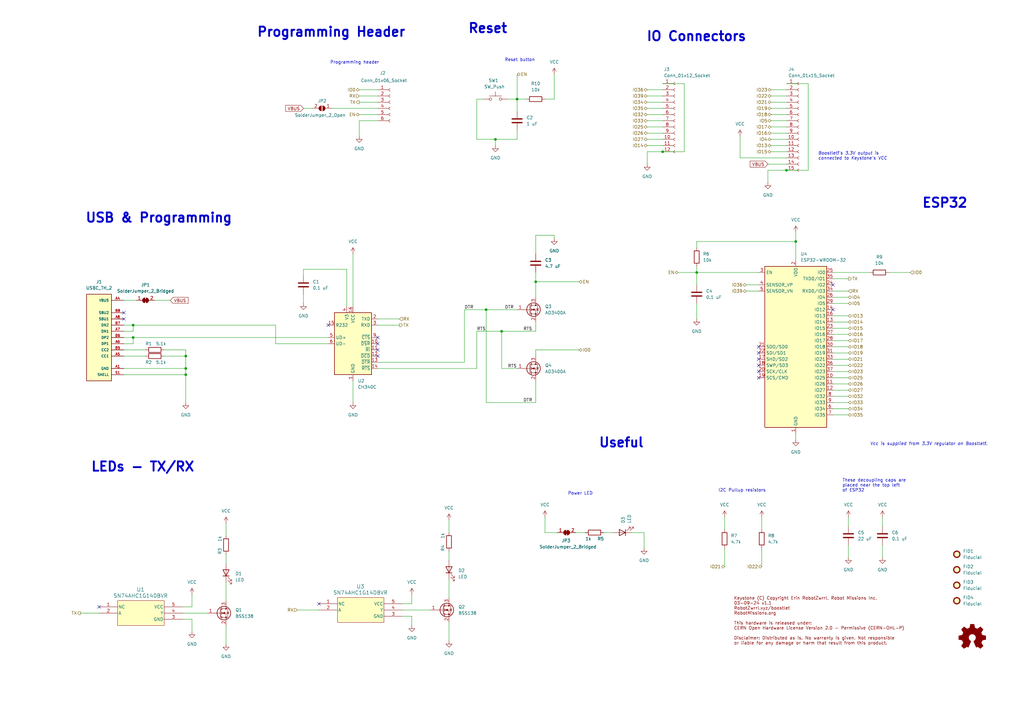
<source format=kicad_sch>
(kicad_sch (version 20231120) (generator "eeschema") (generator_version "8.0")
  (paper "A3")
  (title_block (title "Keystone-ESP") (date "03-09-24") (rev "v1.1"))
  (lib_symbols
    (symbol "!EK_Library:SN74AHC1G14DBVR" (pin_names (offset 0.254))
      (property "Reference" "U" (at 0 9.906 0))
      (property "Value" "SN74AHC1G14DBVR" (at 0 7.366 0))
      (symbol "SN74AHC1G14DBVR_0_1"
        (pin unspecified line (at -16.51 2.54 0) (length 7.62) (name "NC") (number "1"))
        (pin input line (at -16.51 0 0) (length 7.62) (name "A") (number "2"))
        (pin power_in line (at 17.78 -2.54 180) (length 7.62) (name "GND") (number "3"))
        (pin output line (at 17.78 0 180) (length 7.62) (name "Y") (number "4"))
        (pin power_in line (at 17.78 2.54 180) (length 7.62) (name "VCC") (number "5"))
      )
    )
    (symbol "!EK_Library:USBC_TH_2" (pin_names (offset 1.016))
      (property "Reference" "J" (at -1.27 20.32 0))
      (property "Value" "USBC_TH_2" (at -3.81 22.86 0))
      (symbol "USBC_TH_2_0_0"
        (pin power_in line (at 10.16 -13.97 180) (length 5.08) (name "GND") (number "A1"))
        (pin bidirectional line (at 10.16 -8.89 180) (length 5.08) (name "CC1") (number "A5"))
        (pin bidirectional line (at 10.16 -3.81 180) (length 5.08) (name "DP1") (number "A6"))
        (pin bidirectional line (at 10.16 1.27 180) (length 5.08) (name "DN1") (number "A7"))
        (pin bidirectional line (at 10.16 6.35 180) (length 5.08) (name "SBU1") (number "A8"))
        (pin bidirectional line (at 10.16 -6.35 180) (length 5.08) (name "CC2") (number "B5"))
        (pin bidirectional line (at 10.16 -1.27 180) (length 5.08) (name "DP2") (number "B6"))
        (pin bidirectional line (at 10.16 3.81 180) (length 5.08) (name "DN2") (number "B7"))
        (pin bidirectional line (at 10.16 8.89 180) (length 5.08) (name "SBU2") (number "B8"))
        (pin passive line (at 10.16 -16.51 180) (length 5.08) (name "SHELL") (number "S1"))
      )
      (symbol "USBC_TH_2_1_0"
        (pin power_in line (at 10.16 -13.97 180) (length 5.08) hide (name "GND") (number "A12"))
        (pin power_in line (at 10.16 13.97 180) (length 5.08) (name "VBUS") (number "A4"))
        (pin power_in line (at 10.16 13.97 180) (length 5.08) hide (name "VBUS") (number "A9"))
        (pin power_in line (at 10.16 -13.97 180) (length 5.08) hide (name "GND") (number "B1"))
        (pin power_in line (at 10.16 -13.97 180) (length 5.08) hide (name "GND") (number "B12"))
        (pin power_in line (at 10.16 13.97 180) (length 5.08) hide (name "VBUS") (number "B4"))
        (pin power_in line (at 10.16 13.97 180) (length 5.08) hide (name "VBUS") (number "B9"))
        (pin passive line (at 10.16 -16.51 180) (length 5.08) hide (name "SHELL") (number "S2"))
        (pin passive line (at 10.16 -16.51 180) (length 5.08) hide (name "SHELL") (number "S3"))
        (pin passive line (at 10.16 -16.51 180) (length 5.08) hide (name "SHELL") (number "S4"))
      )
    )
    (symbol "Connector:Conn_01x06_Socket" (pin_names (offset 1.016) hide)
      (property "Reference" "J" (at 0 7.62 0))
      (property "Value" "Conn_01x06_Socket" (at 0 -10.16 0))
      (symbol "Conn_01x06_Socket_1_1"
        (pin passive line (at -5.08 5.08 0) (length 3.81) (name "Pin_1") (number "1"))
        (pin passive line (at -5.08 2.54 0) (length 3.81) (name "Pin_2") (number "2"))
        (pin passive line (at -5.08 0 0) (length 3.81) (name "Pin_3") (number "3"))
        (pin passive line (at -5.08 -2.54 0) (length 3.81) (name "Pin_4") (number "4"))
        (pin passive line (at -5.08 -5.08 0) (length 3.81) (name "Pin_5") (number "5"))
        (pin passive line (at -5.08 -7.62 0) (length 3.81) (name "Pin_6") (number "6"))
      )
    )
    (symbol "Connector:Conn_01x12_Socket" (pin_names (offset 1.016) hide)
      (property "Reference" "J" (at 0 15.24 0))
      (property "Value" "Conn_01x12_Socket" (at 0 -17.78 0))
      (symbol "Conn_01x12_Socket_1_1"
        (pin passive line (at -5.08 12.7 0) (length 3.81) (name "Pin_1") (number "1"))
        (pin passive line (at -5.08 -10.16 0) (length 3.81) (name "Pin_10") (number "10"))
        (pin passive line (at -5.08 -12.7 0) (length 3.81) (name "Pin_11") (number "11"))
        (pin passive line (at -5.08 -15.24 0) (length 3.81) (name "Pin_12") (number "12"))
        (pin passive line (at -5.08 10.16 0) (length 3.81) (name "Pin_2") (number "2"))
        (pin passive line (at -5.08 7.62 0) (length 3.81) (name "Pin_3") (number "3"))
        (pin passive line (at -5.08 5.08 0) (length 3.81) (name "Pin_4") (number "4"))
        (pin passive line (at -5.08 2.54 0) (length 3.81) (name "Pin_5") (number "5"))
        (pin passive line (at -5.08 0 0) (length 3.81) (name "Pin_6") (number "6"))
        (pin passive line (at -5.08 -2.54 0) (length 3.81) (name "Pin_7") (number "7"))
        (pin passive line (at -5.08 -5.08 0) (length 3.81) (name "Pin_8") (number "8"))
        (pin passive line (at -5.08 -7.62 0) (length 3.81) (name "Pin_9") (number "9"))
      )
    )
    (symbol "Connector:Conn_01x15_Socket" (pin_names (offset 1.016) hide)
      (property "Reference" "J" (at 0 20.32 0))
      (property "Value" "Conn_01x15_Socket" (at 0 -20.32 0))
      (symbol "Conn_01x15_Socket_1_1"
        (pin passive line (at -5.08 17.78 0) (length 3.81) (name "Pin_1") (number "1"))
        (pin passive line (at -5.08 -5.08 0) (length 3.81) (name "Pin_10") (number "10"))
        (pin passive line (at -5.08 -7.62 0) (length 3.81) (name "Pin_11") (number "11"))
        (pin passive line (at -5.08 -10.16 0) (length 3.81) (name "Pin_12") (number "12"))
        (pin passive line (at -5.08 -12.7 0) (length 3.81) (name "Pin_13") (number "13"))
        (pin passive line (at -5.08 -15.24 0) (length 3.81) (name "Pin_14") (number "14"))
        (pin passive line (at -5.08 -17.78 0) (length 3.81) (name "Pin_15") (number "15"))
        (pin passive line (at -5.08 15.24 0) (length 3.81) (name "Pin_2") (number "2"))
        (pin passive line (at -5.08 12.7 0) (length 3.81) (name "Pin_3") (number "3"))
        (pin passive line (at -5.08 10.16 0) (length 3.81) (name "Pin_4") (number "4"))
        (pin passive line (at -5.08 7.62 0) (length 3.81) (name "Pin_5") (number "5"))
        (pin passive line (at -5.08 5.08 0) (length 3.81) (name "Pin_6") (number "6"))
        (pin passive line (at -5.08 2.54 0) (length 3.81) (name "Pin_7") (number "7"))
        (pin passive line (at -5.08 0 0) (length 3.81) (name "Pin_8") (number "8"))
        (pin passive line (at -5.08 -2.54 0) (length 3.81) (name "Pin_9") (number "9"))
      )
    )
    (symbol "Device:C" (pin_numbers hide) (pin_names (offset 0.254))
      (property "Reference" "C" (at 0.635 2.54 0))
      (property "Value" "C" (at 0.635 -2.54 0))
      (symbol "C_1_1"
        (pin passive line (at 0 3.81 270) (length 2.794) (name "~") (number "1"))
        (pin passive line (at 0 -3.81 90) (length 2.794) (name "~") (number "2"))
      )
    )
    (symbol "Device:LED" (pin_numbers hide) (pin_names (offset 1.016) hide)
      (property "Reference" "D" (at 0 2.54 0))
      (property "Value" "LED" (at 0 -2.54 0))
      (symbol "LED_1_1"
        (pin passive line (at -3.81 0 0) (length 2.54) (name "K") (number "1"))
        (pin passive line (at 3.81 0 180) (length 2.54) (name "A") (number "2"))
      )
    )
    (symbol "Device:R" (pin_numbers hide) (pin_names (offset 0))
      (property "Reference" "R" (at 2.032 0 90))
      (property "Value" "R" (at 0 0 90))
      (symbol "R_1_1"
        (pin passive line (at 0 3.81 270) (length 1.27) (name "~") (number "1"))
        (pin passive line (at 0 -3.81 90) (length 1.27) (name "~") (number "2"))
      )
    )
    (symbol "Graphic:Logo_Open_Hardware_Small" (in_bom no) (on_board no))
    (symbol "Interface_USB:CH340C"
      (property "Reference" "U" (at -5.08 13.97 0))
      (property "Value" "CH340C" (at 1.27 13.97 0))
      (symbol "CH340C_1_1"
        (pin power_in line (at 0 -15.24 90) (length 2.54) (name "GND") (number "1"))
        (pin input line (at 10.16 0 180) (length 2.54) (name "~{DSR}") (number "10"))
        (pin input line (at 10.16 -2.54 180) (length 2.54) (name "~{RI}") (number "11"))
        (pin input line (at 10.16 -5.08 180) (length 2.54) (name "~{DCD}") (number "12"))
        (pin output line (at 10.16 -7.62 180) (length 2.54) (name "~{DTR}") (number "13"))
        (pin output line (at 10.16 -10.16 180) (length 2.54) (name "~{RTS}") (number "14"))
        (pin input line (at -10.16 7.62 0) (length 2.54) (name "R232") (number "15"))
        (pin power_in line (at 0 15.24 270) (length 2.54) (name "VCC") (number "16"))
        (pin output line (at 10.16 10.16 180) (length 2.54) (name "TXD") (number "2"))
        (pin input line (at 10.16 7.62 180) (length 2.54) (name "RXD") (number "3"))
        (pin passive line (at -2.54 15.24 270) (length 2.54) (name "V3") (number "4"))
        (pin bidirectional line (at -10.16 2.54 0) (length 2.54) (name "UD+") (number "5"))
        (pin bidirectional line (at -10.16 0 0) (length 2.54) (name "UD-") (number "6"))
        (pin no_connect line (at -7.62 -7.62 0) (length 2.54) hide (name "NC") (number "7"))
        (pin no_connect line (at -7.62 -10.16 0) (length 2.54) hide (name "NC") (number "8"))
        (pin input line (at 10.16 2.54 180) (length 2.54) (name "~{CTS}") (number "9"))
      )
    )
    (symbol "Jumper:SolderJumper_2_Bridged" (pin_names (offset 0) hide)
      (property "Reference" "JP" (at 0 2.032 0))
      (property "Value" "SolderJumper_2_Bridged" (at 0 -2.54 0))
      (symbol "SolderJumper_2_Bridged_1_1"
        (pin passive line (at -3.81 0 0) (length 2.54) (name "A") (number "1"))
        (pin passive line (at 3.81 0 180) (length 2.54) (name "B") (number "2"))
      )
    )
    (symbol "Jumper:SolderJumper_2_Open" (pin_names (offset 0) hide)
      (property "Reference" "JP" (at 0 2.032 0))
      (property "Value" "SolderJumper_2_Open" (at 0 -2.54 0))
      (symbol "SolderJumper_2_Open_1_1"
        (pin passive line (at -3.81 0 0) (length 2.54) (name "A") (number "1"))
        (pin passive line (at 3.81 0 180) (length 2.54) (name "B") (number "2"))
      )
    )
    (symbol "Mechanical:Fiducial"
      (property "Reference" "FID" (at 0 5.08 0))
      (property "Value" "Fiducial" (at 0 3.175 0))
    )
    (symbol "RF_Module:ESP32-WROOM-32"
      (property "Reference" "U" (at -12.7 34.29 0))
      (property "Value" "ESP32-WROOM-32" (at 1.27 34.29 0))
      (symbol "ESP32-WROOM-32_1_1"
        (pin power_in line (at 0 -35.56 90) (length 2.54) (name "GND") (number "1"))
        (pin bidirectional line (at 15.24 -12.7 180) (length 2.54) (name "IO25") (number "10"))
        (pin bidirectional line (at 15.24 -15.24 180) (length 2.54) (name "IO26") (number "11"))
        (pin bidirectional line (at 15.24 -17.78 180) (length 2.54) (name "IO27") (number "12"))
        (pin bidirectional line (at 15.24 10.16 180) (length 2.54) (name "IO14") (number "13"))
        (pin bidirectional line (at 15.24 15.24 180) (length 2.54) (name "IO12") (number "14"))
        (pin passive line (at 0 -35.56 90) (length 2.54) hide (name "GND") (number "15"))
        (pin bidirectional line (at 15.24 12.7 180) (length 2.54) (name "IO13") (number "16"))
        (pin bidirectional line (at -15.24 -5.08 0) (length 2.54) (name "SHD/SD2") (number "17"))
        (pin bidirectional line (at -15.24 -7.62 0) (length 2.54) (name "SWP/SD3") (number "18"))
        (pin bidirectional line (at -15.24 -12.7 0) (length 2.54) (name "SCS/CMD") (number "19"))
        (pin power_in line (at 0 35.56 270) (length 2.54) (name "VDD") (number "2"))
        (pin bidirectional line (at -15.24 -10.16 0) (length 2.54) (name "SCK/CLK") (number "20"))
        (pin bidirectional line (at -15.24 0 0) (length 2.54) (name "SDO/SD0") (number "21"))
        (pin bidirectional line (at -15.24 -2.54 0) (length 2.54) (name "SDI/SD1") (number "22"))
        (pin bidirectional line (at 15.24 7.62 180) (length 2.54) (name "IO15") (number "23"))
        (pin bidirectional line (at 15.24 25.4 180) (length 2.54) (name "IO2") (number "24"))
        (pin bidirectional line (at 15.24 30.48 180) (length 2.54) (name "IO0") (number "25"))
        (pin bidirectional line (at 15.24 20.32 180) (length 2.54) (name "IO4") (number "26"))
        (pin bidirectional line (at 15.24 5.08 180) (length 2.54) (name "IO16") (number "27"))
        (pin bidirectional line (at 15.24 2.54 180) (length 2.54) (name "IO17") (number "28"))
        (pin bidirectional line (at 15.24 17.78 180) (length 2.54) (name "IO5") (number "29"))
        (pin input line (at -15.24 30.48 0) (length 2.54) (name "EN") (number "3"))
        (pin bidirectional line (at 15.24 0 180) (length 2.54) (name "IO18") (number "30"))
        (pin bidirectional line (at 15.24 -2.54 180) (length 2.54) (name "IO19") (number "31"))
        (pin no_connect line (at -12.7 -27.94 0) (length 2.54) hide (name "NC") (number "32"))
        (pin bidirectional line (at 15.24 -5.08 180) (length 2.54) (name "IO21") (number "33"))
        (pin bidirectional line (at 15.24 22.86 180) (length 2.54) (name "RXD0/IO3") (number "34"))
        (pin bidirectional line (at 15.24 27.94 180) (length 2.54) (name "TXD0/IO1") (number "35"))
        (pin bidirectional line (at 15.24 -7.62 180) (length 2.54) (name "IO22") (number "36"))
        (pin bidirectional line (at 15.24 -10.16 180) (length 2.54) (name "IO23") (number "37"))
        (pin passive line (at 0 -35.56 90) (length 2.54) hide (name "GND") (number "38"))
        (pin passive line (at 0 -35.56 90) (length 2.54) hide (name "GND") (number "39"))
        (pin input line (at -15.24 25.4 0) (length 2.54) (name "SENSOR_VP") (number "4"))
        (pin input line (at -15.24 22.86 0) (length 2.54) (name "SENSOR_VN") (number "5"))
        (pin input line (at 15.24 -25.4 180) (length 2.54) (name "IO34") (number "6"))
        (pin input line (at 15.24 -27.94 180) (length 2.54) (name "IO35") (number "7"))
        (pin bidirectional line (at 15.24 -20.32 180) (length 2.54) (name "IO32") (number "8"))
        (pin bidirectional line (at 15.24 -22.86 180) (length 2.54) (name "IO33") (number "9"))
      )
    )
    (symbol "SN74AHC1G14DBVR_1" (pin_names (offset 0.254))
      (property "Reference" "U" (at 0 9.906 0))
      (property "Value" "SN74AHC1G14DBVR" (at 0 7.366 0))
      (symbol "SN74AHC1G14DBVR_1_0_1"
        (pin unspecified line (at -16.51 2.54 0) (length 7.62) (name "NC") (number "1"))
        (pin input line (at -16.51 0 0) (length 7.62) (name "A") (number "2"))
        (pin power_in line (at 17.78 -2.54 180) (length 7.62) (name "GND") (number "3"))
        (pin output line (at 17.78 0 180) (length 7.62) (name "Y") (number "4"))
        (pin power_in line (at 17.78 2.54 180) (length 7.62) (name "VCC") (number "5"))
      )
    )
    (symbol "Switch:SW_Push" (pin_numbers hide) (pin_names (offset 1.016) hide)
      (property "Reference" "SW" (at 1.27 2.54 0))
      (property "Value" "SW_Push" (at 0 -1.524 0))
      (symbol "SW_Push_0_1"
        (pin passive line (at -5.08 0 0) (length 2.54) (name "1") (number "1"))
        (pin passive line (at 5.08 0 180) (length 2.54) (name "2") (number "2"))
      )
    )
    (symbol "Transistor_FET:AO3400A" (pin_names hide)
      (property "Reference" "Q" (at 5.08 1.905 0))
      (property "Value" "AO3400A" (at 5.08 0 0))
      (symbol "AO3400A_1_1"
        (pin input line (at -5.08 0 0) (length 2.54) (name "G") (number "1"))
        (pin passive line (at 2.54 -5.08 90) (length 2.54) (name "S") (number "2"))
        (pin passive line (at 2.54 5.08 270) (length 2.54) (name "D") (number "3"))
      )
    )
    (symbol "Transistor_FET:BSS138" (pin_names hide)
      (property "Reference" "Q" (at 5.08 1.905 0))
      (property "Value" "BSS138" (at 5.08 0 0))
      (symbol "BSS138_1_1"
        (pin input line (at -5.08 0 0) (length 2.54) (name "G") (number "1"))
        (pin passive line (at 2.54 -5.08 90) (length 2.54) (name "S") (number "2"))
        (pin passive line (at 2.54 5.08 270) (length 2.54) (name "D") (number "3"))
      )
    )
    (symbol "power:GND" (power) (pin_names (offset 0))
      (property "Value" "GND" (at 0 -3.81 0))
      (symbol "GND_1_1"
        (pin power_in line (at 0 0 270) (length 0) hide (name "GND") (number "1"))
      )
    )
    (symbol "power:VCC" (power) (pin_names (offset 0))
      (property "Value" "VCC" (at 0 3.81 0))
      (symbol "VCC_1_1"
        (pin power_in line (at 0 0 90) (length 0) hide (name "VCC") (number "1"))
      )
    )
  )
  (junction (at 271.78 62.23))
  (junction (at 54.61 138.43))
  (junction (at 76.2 153.67))
  (junction (at 76.2 151.13))
  (junction (at 203.2 57.15))
  (junction (at 54.61 133.35))
  (junction (at 76.2 146.05))
  (junction (at 285.75 111.76))
  (junction (at 219.71 115.57))
  (junction (at 326.39 99.06))
  (junction (at 199.39 127))
  (junction (at 205.74 135.89))
  (junction (at 322.58 69.85))
  (junction (at 212.09 40.64))
  (no_connect (at 311.15 144.78))
  (no_connect (at 311.15 152.4))
  (no_connect (at 341.63 127))
  (no_connect (at 311.15 149.86))
  (no_connect (at 154.94 146.05))
  (no_connect (at 154.94 143.51))
  (no_connect (at 154.94 138.43))
  (no_connect (at 311.15 147.32))
  (no_connect (at 50.8 128.27))
  (no_connect (at 50.8 130.81))
  (no_connect (at 311.15 142.24))
  (no_connect (at 341.63 116.84))
  (no_connect (at 40.64 248.92))
  (no_connect (at 154.94 140.97))
  (no_connect (at 130.81 247.65))
  (no_connect (at 311.15 154.94))
  (no_connect (at 134.62 133.35))
  (wire (pts (xy 184.15 255.27) (xy 184.15 262.89)))
  (wire (pts (xy 219.71 96.52) (xy 219.71 104.14)))
  (wire (pts (xy 227.33 30.48) (xy 227.33 40.64)))
  (wire (pts (xy 144.78 156.21) (xy 144.78 165.1)))
  (wire (pts (xy 219.71 115.57) (xy 219.71 121.92)))
  (wire (pts (xy 154.94 151.13) (xy 195.58 151.13)))
  (wire (pts (xy 128.27 44.45) (xy 124.46 44.45)))
  (wire (pts (xy 265.43 39.37) (xy 271.78 39.37)))
  (wire (pts (xy 341.63 157.48) (xy 347.98 157.48)))
  (wire (pts (xy 54.61 135.89) (xy 54.61 133.35)))
  (wire (pts (xy 154.94 39.37) (xy 147.32 39.37)))
  (wire (pts (xy 341.63 165.1) (xy 347.98 165.1)))
  (wire (pts (xy 306.07 119.38) (xy 311.15 119.38)))
  (wire (pts (xy 316.23 49.53) (xy 322.58 49.53)))
  (wire (pts (xy 184.15 213.36) (xy 184.15 218.44)))
  (wire (pts (xy 50.8 133.35) (xy 54.61 133.35)))
  (wire (pts (xy 205.74 151.13) (xy 212.09 151.13)))
  (wire (pts (xy 322.58 64.77) (xy 303.53 64.77)))
  (wire (pts (xy 67.31 143.51) (xy 76.2 143.51)))
  (wire (pts (xy 154.94 36.83) (xy 147.32 36.83)))
  (wire (pts (xy 92.71 256.54) (xy 92.71 264.16)))
  (wire (pts (xy 316.23 62.23) (xy 322.58 62.23)))
  (wire (pts (xy 297.18 224.79) (xy 297.18 232.41)))
  (wire (pts (xy 78.74 254) (xy 78.74 259.08)))
  (wire (pts (xy 265.43 59.69) (xy 271.78 59.69)))
  (wire (pts (xy 92.71 214.63) (xy 92.71 219.71)))
  (wire (pts (xy 92.71 227.33) (xy 92.71 231.14)))
  (wire (pts (xy 199.39 165.1) (xy 199.39 127)))
  (wire (pts (xy 322.58 69.85) (xy 331.47 69.85)))
  (wire (pts (xy 50.8 153.67) (xy 76.2 153.67)))
  (wire (pts (xy 50.8 151.13) (xy 76.2 151.13)))
  (wire (pts (xy 219.71 115.57) (xy 237.49 115.57)))
  (wire (pts (xy 265.43 62.23) (xy 271.78 62.23)))
  (wire (pts (xy 203.2 57.15) (xy 203.2 59.69)))
  (wire (pts (xy 219.71 135.89) (xy 205.74 135.89)))
  (wire (pts (xy 326.39 177.8) (xy 326.39 180.34)))
  (wire (pts (xy 265.43 36.83) (xy 271.78 36.83)))
  (wire (pts (xy 124.46 120.65) (xy 124.46 124.46)))
  (wire (pts (xy 121.92 250.19) (xy 130.81 250.19)))
  (wire (pts (xy 219.71 132.08) (xy 219.71 135.89)))
  (wire (pts (xy 341.63 142.24) (xy 347.98 142.24)))
  (wire (pts (xy 259.08 218.44) (xy 264.16 218.44)))
  (wire (pts (xy 314.96 69.85) (xy 322.58 69.85)))
  (wire (pts (xy 85.09 251.46) (xy 74.93 251.46)))
  (wire (pts (xy 54.61 133.35) (xy 113.03 133.35)))
  (wire (pts (xy 285.75 111.76) (xy 285.75 116.84)))
  (wire (pts (xy 165.1 250.19) (xy 176.53 250.19)))
  (wire (pts (xy 227.33 96.52) (xy 219.71 96.52)))
  (wire (pts (xy 184.15 237.49) (xy 184.15 245.11)))
  (wire (pts (xy 33.02 251.46) (xy 40.64 251.46)))
  (wire (pts (xy 124.46 110.49) (xy 124.46 113.03)))
  (wire (pts (xy 142.24 110.49) (xy 124.46 110.49)))
  (wire (pts (xy 341.63 149.86) (xy 347.98 149.86)))
  (wire (pts (xy 219.71 111.76) (xy 219.71 115.57)))
  (wire (pts (xy 265.43 41.91) (xy 271.78 41.91)))
  (wire (pts (xy 322.58 34.29) (xy 331.47 34.29)))
  (wire (pts (xy 316.23 54.61) (xy 322.58 54.61)))
  (wire (pts (xy 265.43 52.07) (xy 271.78 52.07)))
  (wire (pts (xy 341.63 167.64) (xy 347.98 167.64)))
  (wire (pts (xy 227.33 97.79) (xy 227.33 96.52)))
  (wire (pts (xy 190.5 127) (xy 199.39 127)))
  (wire (pts (xy 316.23 44.45) (xy 322.58 44.45)))
  (wire (pts (xy 312.42 212.09) (xy 312.42 217.17)))
  (wire (pts (xy 306.07 116.84) (xy 311.15 116.84)))
  (wire (pts (xy 347.98 114.3) (xy 341.63 114.3)))
  (wire (pts (xy 341.63 121.92) (xy 347.98 121.92)))
  (wire (pts (xy 165.1 247.65) (xy 168.91 247.65)))
  (wire (pts (xy 264.16 218.44) (xy 264.16 224.79)))
  (wire (pts (xy 154.94 148.59) (xy 190.5 148.59)))
  (wire (pts (xy 219.71 165.1) (xy 199.39 165.1)))
  (wire (pts (xy 76.2 153.67) (xy 76.2 165.1)))
  (wire (pts (xy 219.71 143.51) (xy 237.49 143.51)))
  (wire (pts (xy 50.8 135.89) (xy 54.61 135.89)))
  (wire (pts (xy 285.75 111.76) (xy 311.15 111.76)))
  (wire (pts (xy 316.23 52.07) (xy 322.58 52.07)))
  (wire (pts (xy 364.49 111.76) (xy 373.38 111.76)))
  (wire (pts (xy 271.78 62.23) (xy 280.67 62.23)))
  (wire (pts (xy 326.39 99.06) (xy 285.75 99.06)))
  (wire (pts (xy 195.58 57.15) (xy 203.2 57.15)))
  (wire (pts (xy 219.71 146.05) (xy 219.71 143.51)))
  (wire (pts (xy 154.94 41.91) (xy 147.32 41.91)))
  (wire (pts (xy 316.23 57.15) (xy 322.58 57.15)))
  (wire (pts (xy 247.65 218.44) (xy 251.46 218.44)))
  (wire (pts (xy 341.63 160.02) (xy 347.98 160.02)))
  (wire (pts (xy 50.8 138.43) (xy 54.61 138.43)))
  (wire (pts (xy 341.63 154.94) (xy 347.98 154.94)))
  (wire (pts (xy 223.52 218.44) (xy 223.52 212.09)))
  (wire (pts (xy 154.94 44.45) (xy 135.89 44.45)))
  (wire (pts (xy 341.63 129.54) (xy 347.98 129.54)))
  (wire (pts (xy 54.61 138.43) (xy 134.62 138.43)))
  (wire (pts (xy 50.8 123.19) (xy 55.88 123.19)))
  (wire (pts (xy 347.98 212.09) (xy 347.98 215.9)))
  (wire (pts (xy 113.03 140.97) (xy 134.62 140.97)))
  (wire (pts (xy 195.58 40.64) (xy 195.58 57.15)))
  (wire (pts (xy 76.2 143.51) (xy 76.2 146.05)))
  (wire (pts (xy 341.63 132.08) (xy 347.98 132.08)))
  (wire (pts (xy 199.39 127) (xy 212.09 127)))
  (wire (pts (xy 67.31 146.05) (xy 76.2 146.05)))
  (wire (pts (xy 265.43 44.45) (xy 271.78 44.45)))
  (wire (pts (xy 144.78 104.14) (xy 144.78 125.73)))
  (wire (pts (xy 314.96 69.85) (xy 314.96 74.93)))
  (wire (pts (xy 212.09 40.64) (xy 212.09 45.72)))
  (wire (pts (xy 297.18 212.09) (xy 297.18 217.17)))
  (wire (pts (xy 341.63 152.4) (xy 347.98 152.4)))
  (wire (pts (xy 113.03 133.35) (xy 113.03 140.97)))
  (wire (pts (xy 154.94 46.99) (xy 147.32 46.99)))
  (wire (pts (xy 154.94 130.81) (xy 163.83 130.81)))
  (wire (pts (xy 341.63 144.78) (xy 347.98 144.78)))
  (wire (pts (xy 285.75 109.22) (xy 285.75 111.76)))
  (wire (pts (xy 168.91 247.65) (xy 168.91 243.84)))
  (wire (pts (xy 265.43 62.23) (xy 265.43 67.31)))
  (wire (pts (xy 316.23 41.91) (xy 322.58 41.91)))
  (wire (pts (xy 212.09 40.64) (xy 215.9 40.64)))
  (wire (pts (xy 341.63 124.46) (xy 347.98 124.46)))
  (wire (pts (xy 63.5 123.19) (xy 69.85 123.19)))
  (wire (pts (xy 312.42 224.79) (xy 312.42 232.41)))
  (wire (pts (xy 316.23 46.99) (xy 322.58 46.99)))
  (wire (pts (xy 74.93 248.92) (xy 78.74 248.92)))
  (wire (pts (xy 165.1 252.73) (xy 168.91 252.73)))
  (wire (pts (xy 190.5 148.59) (xy 190.5 127)))
  (wire (pts (xy 341.63 162.56) (xy 347.98 162.56)))
  (wire (pts (xy 265.43 49.53) (xy 271.78 49.53)))
  (wire (pts (xy 147.32 49.53) (xy 147.32 55.88)))
  (wire (pts (xy 285.75 99.06) (xy 285.75 101.6)))
  (wire (pts (xy 285.75 124.46) (xy 285.75 130.81)))
  (wire (pts (xy 265.43 54.61) (xy 271.78 54.61)))
  (wire (pts (xy 219.71 156.21) (xy 219.71 165.1)))
  (wire (pts (xy 303.53 55.88) (xy 303.53 64.77)))
  (wire (pts (xy 76.2 151.13) (xy 76.2 153.67)))
  (wire (pts (xy 341.63 137.16) (xy 347.98 137.16)))
  (wire (pts (xy 54.61 140.97) (xy 50.8 140.97)))
  (wire (pts (xy 54.61 138.43) (xy 54.61 140.97)))
  (wire (pts (xy 265.43 57.15) (xy 271.78 57.15)))
  (wire (pts (xy 265.43 46.99) (xy 271.78 46.99)))
  (wire (pts (xy 341.63 134.62) (xy 347.98 134.62)))
  (wire (pts (xy 74.93 254) (xy 78.74 254)))
  (wire (pts (xy 280.67 34.29) (xy 280.67 62.23)))
  (wire (pts (xy 341.63 111.76) (xy 356.87 111.76)))
  (wire (pts (xy 212.09 53.34) (xy 212.09 57.15)))
  (wire (pts (xy 236.22 218.44) (xy 240.03 218.44)))
  (wire (pts (xy 154.94 133.35) (xy 163.83 133.35)))
  (wire (pts (xy 361.95 223.52) (xy 361.95 228.6)))
  (wire (pts (xy 195.58 135.89) (xy 205.74 135.89)))
  (wire (pts (xy 361.95 212.09) (xy 361.95 215.9)))
  (wire (pts (xy 278.13 111.76) (xy 285.75 111.76)))
  (wire (pts (xy 314.96 67.31) (xy 322.58 67.31)))
  (wire (pts (xy 341.63 119.38) (xy 347.98 119.38)))
  (wire (pts (xy 341.63 170.18) (xy 347.98 170.18)))
  (wire (pts (xy 168.91 252.73) (xy 168.91 256.54)))
  (wire (pts (xy 78.74 248.92) (xy 78.74 243.84)))
  (wire (pts (xy 316.23 39.37) (xy 322.58 39.37)))
  (wire (pts (xy 195.58 151.13) (xy 195.58 135.89)))
  (wire (pts (xy 271.78 34.29) (xy 280.67 34.29)))
  (wire (pts (xy 205.74 135.89) (xy 205.74 151.13)))
  (wire (pts (xy 341.63 139.7) (xy 347.98 139.7)))
  (wire (pts (xy 198.12 40.64) (xy 195.58 40.64)))
  (wire (pts (xy 50.8 146.05) (xy 59.69 146.05)))
  (wire (pts (xy 316.23 59.69) (xy 322.58 59.69)))
  (wire (pts (xy 154.94 49.53) (xy 147.32 49.53)))
  (wire (pts (xy 212.09 57.15) (xy 203.2 57.15)))
  (wire (pts (xy 326.39 99.06) (xy 326.39 106.68)))
  (wire (pts (xy 326.39 95.25) (xy 326.39 99.06)))
  (wire (pts (xy 347.98 223.52) (xy 347.98 228.6)))
  (wire (pts (xy 50.8 143.51) (xy 59.69 143.51)))
  (wire (pts (xy 341.63 147.32) (xy 347.98 147.32)))
  (wire (pts (xy 316.23 36.83) (xy 322.58 36.83)))
  (wire (pts (xy 212.09 30.48) (xy 212.09 40.64)))
  (wire (pts (xy 208.28 40.64) (xy 212.09 40.64)))
  (wire (pts (xy 331.47 34.29) (xy 331.47 69.85)))
  (wire (pts (xy 184.15 226.06) (xy 184.15 229.87)))
  (wire (pts (xy 76.2 146.05) (xy 76.2 151.13)))
  (wire (pts (xy 223.52 218.44) (xy 228.6 218.44)))
  (wire (pts (xy 92.71 238.76) (xy 92.71 246.38)))
  (wire (pts (xy 223.52 40.64) (xy 227.33 40.64)))
  (wire (pts (xy 142.24 125.73) (xy 142.24 110.49)))
  (text "LEDs - TX/RX" (at 37.084 193.802 0) (effects (font (size 3.81 3.81) (thickness 0.762) (bold yes)) (justify left bottom)))
  (text "I2C Pullup resistors" (at 294.64 201.93 0) (effects (font (size 1.27 1.27)) (justify left bottom)))
  (text "USB & Programming" (at 34.798 91.694 0) (effects (font (size 3.81 3.81) (thickness 0.762) (bold yes)) (justify left bottom)))
  (text "Useful" (at 245.364 183.896 0) (effects (font (size 3.81 3.81) (thickness 0.762) (bold yes)) (justify left bottom)))
  (text "Programming Header" (at 105.156 15.494 0) (effects (font (size 3.81 3.81) (thickness 0.762) (bold yes)) (justify left bottom)))
  (text "Reset" (at 191.77 13.97 0) (effects (font (size 3.81 3.81) (thickness 0.762) (bold yes)) (justify left bottom)))
  (text "IO Connectors" (at 264.922 17.272 0) (effects (font (size 3.81 3.81) (thickness 0.762) (bold yes)) (justify left bottom)))
  (text "ESP32" (at 377.952 85.598 0) (effects (font (size 3.81 3.81) (thickness 0.762) (bold yes)) (justify left bottom)))
  (text "Power LED" (at 232.918 203.2 0) (effects (font (size 1.27 1.27)) (justify left bottom)))
  (text "These decoupling caps are \nplaced near the top left\nof ESP32" (at 345.44 201.93 0) (effects (font (size 1.27 1.27)) (justify left bottom)))
  (text "Keystone (C) Copyright Erin RobotZwrrl, Robot Missions Inc.\n03-09-24 v1.1\nRobotZwrrl.xyz/boostlet\nRobotMissions.org\n\nThis hardware is released under:\nCERN Open Hardware License Version 2.0 - Permissive (CERN-OHL-P)\n\nDisclaimer: Distributed as is. No warranty is given. Not responsible \nor liable for any damage or harm that result from this product." (at 300.99 264.668 0) (effects (font (size 1.27 1.27)) (justify left bottom)))
  (text "Reset button" (at 207.01 25.4 0) (effects (font (size 1.27 1.27)) (justify left bottom)))
  (text "Programming header" (at 135.382 26.416 0) (effects (font (size 1.27 1.27)) (justify left bottom)))
  (text "Vcc is supplied from 3.3V regulator on Boostlet!." (at 356.87 182.88 0) (effects (font (size 1.27 1.27) (italic yes)) (justify left bottom)))
  (text "Boostlet!'s 3.3V output is \nconnected to Keystone's VCC" (at 335.534 65.786 0) (effects (font (size 1.27 1.27) (italic yes)) (justify left bottom)))
  (label "RTS" (at 195.58 135.89 0))
  (label "RTS" (at 214.63 135.89 0))
  (label "DTR" (at 207.01 127 0))
  (label "RTS" (at 208.28 151.13 0))
  (label "DTR" (at 214.63 165.1 0))
  (label "DTR" (at 190.5 127 0))
  (global_label "VBUS" (shape input) (at 124.46 44.45 180) (property "Intersheetrefs" "${INTERSHEET_REFS}" (effects (hide yes))))
  (global_label "VBUS" (shape input) (at 69.85 123.19 0) (property "Intersheetrefs" "${INTERSHEET_REFS}" (effects (hide yes))))
  (global_label "VBUS" (shape input) (at 314.96 67.31 180) (property "Intersheetrefs" "${INTERSHEET_REFS}" (effects (hide yes))))
  (hierarchical_label "EN" (shape bidirectional) (at 278.13 111.76 180))
  (hierarchical_label "IO33" (shape bidirectional) (at 347.98 165.1 0))
  (hierarchical_label "IO19" (shape bidirectional) (at 316.23 44.45 180))
  (hierarchical_label "IO17" (shape bidirectional) (at 316.23 52.07 180))
  (hierarchical_label "IO35" (shape bidirectional) (at 347.98 170.18 0))
  (hierarchical_label "IO39" (shape bidirectional) (at 265.43 39.37 180))
  (hierarchical_label "IO26" (shape bidirectional) (at 347.98 157.48 0))
  (hierarchical_label "IO35" (shape bidirectional) (at 265.43 44.45 180))
  (hierarchical_label "IO33" (shape bidirectional) (at 265.43 49.53 180))
  (hierarchical_label "IO16" (shape bidirectional) (at 316.23 54.61 180))
  (hierarchical_label "IO21" (shape bidirectional) (at 347.98 147.32 0))
  (hierarchical_label "IO26" (shape bidirectional) (at 265.43 54.61 180))
  (hierarchical_label "IO15" (shape bidirectional) (at 347.98 134.62 0))
  (hierarchical_label "IO0" (shape bidirectional) (at 147.32 36.83 180))
  (hierarchical_label "RX" (shape input) (at 347.98 119.38 0))
  (hierarchical_label "EN" (shape bidirectional) (at 237.49 115.57 0))
  (hierarchical_label "IO36" (shape bidirectional) (at 265.43 36.83 180))
  (hierarchical_label "EN" (shape bidirectional) (at 212.09 30.48 0))
  (hierarchical_label "IO22" (shape bidirectional) (at 312.42 232.41 180))
  (hierarchical_label "TX" (shape output) (at 147.32 41.91 180))
  (hierarchical_label "IO4" (shape bidirectional) (at 316.23 57.15 180))
  (hierarchical_label "IO23" (shape bidirectional) (at 347.98 152.4 0))
  (hierarchical_label "IO34" (shape bidirectional) (at 265.43 41.91 180))
  (hierarchical_label "IO22" (shape bidirectional) (at 347.98 149.86 0))
  (hierarchical_label "IO39" (shape bidirectional) (at 306.07 119.38 180))
  (hierarchical_label "IO19" (shape bidirectional) (at 347.98 144.78 0))
  (hierarchical_label "EN" (shape bidirectional) (at 147.32 46.99 180))
  (hierarchical_label "RX" (shape input) (at 163.83 130.81 0))
  (hierarchical_label "IO13" (shape bidirectional) (at 316.23 59.69 180))
  (hierarchical_label "IO15" (shape bidirectional) (at 316.23 62.23 180))
  (hierarchical_label "IO32" (shape bidirectional) (at 347.98 162.56 0))
  (hierarchical_label "IO34" (shape bidirectional) (at 347.98 167.64 0))
  (hierarchical_label "IO25" (shape bidirectional) (at 347.98 154.94 0))
  (hierarchical_label "RX" (shape input) (at 147.32 39.37 180))
  (hierarchical_label "IO4" (shape bidirectional) (at 347.98 121.92 0))
  (hierarchical_label "IO14" (shape bidirectional) (at 347.98 132.08 0))
  (hierarchical_label "IO27" (shape bidirectional) (at 265.43 57.15 180))
  (hierarchical_label "IO18" (shape bidirectional) (at 347.98 142.24 0))
  (hierarchical_label "IO18" (shape bidirectional) (at 316.23 46.99 180))
  (hierarchical_label "IO16" (shape bidirectional) (at 347.98 137.16 0))
  (hierarchical_label "RX" (shape input) (at 121.92 250.19 180))
  (hierarchical_label "IO17" (shape bidirectional) (at 347.98 139.7 0))
  (hierarchical_label "IO36" (shape bidirectional) (at 306.07 116.84 180))
  (hierarchical_label "IO0" (shape input) (at 373.38 111.76 0))
  (hierarchical_label "IO14" (shape bidirectional) (at 265.43 59.69 180))
  (hierarchical_label "IO21" (shape bidirectional) (at 316.23 41.91 180))
  (hierarchical_label "IO32" (shape bidirectional) (at 265.43 46.99 180))
  (hierarchical_label "IO5" (shape bidirectional) (at 347.98 124.46 0))
  (hierarchical_label "IO22" (shape bidirectional) (at 316.23 39.37 180))
  (hierarchical_label "TX" (shape output) (at 163.83 133.35 0))
  (hierarchical_label "IO27" (shape bidirectional) (at 347.98 160.02 0))
  (hierarchical_label "IO23" (shape bidirectional) (at 316.23 36.83 180))
  (hierarchical_label "IO5" (shape bidirectional) (at 316.23 49.53 180))
  (hierarchical_label "TX" (shape output) (at 33.02 251.46 180))
  (hierarchical_label "IO0" (shape bidirectional) (at 237.49 143.51 0))
  (hierarchical_label "IO25" (shape bidirectional) (at 265.43 52.07 180))
  (hierarchical_label "TX" (shape output) (at 347.98 114.3 0))
  (hierarchical_label "IO21" (shape bidirectional) (at 297.18 232.41 180))
  (hierarchical_label "IO13" (shape bidirectional) (at 347.98 129.54 0))
  (symbol (lib_id "Connector:Conn_01x12_Socket") (at 276.86 46.99 0) (unit 1)
    (property "Reference" "J3" (at 272.288 28.448 0) (effects (justify left)))
    (property "Value" "Conn_01x12_Socket" (at 272.288 30.988 0) (effects (justify left)))
    (property "Footprint" "!RobotButterfly:Oval_1x12_P2.54mm" (effects (hide yes)))
    (property "Description" "Generic connector, single row, 01x12, script generated" (effects (hide yes)))
  )
  (symbol (lib_id "RF_Module:ESP32-WROOM-32") (at 326.39 142.24 0) (unit 1)
    (property "Reference" "U4" (at 328.3459 104.14 0) (effects (justify left)))
    (property "Value" "ESP32-WROOM-32" (at 328.3459 106.68 0) (effects (justify left)))
    (property "Footprint" "RF_Module:ESP32-WROOM-32" (effects (hide yes)))
    (property "Datasheet" "https://www.espressif.com/sites/default/files/documentation/esp32-wroom-32_datasheet_en.pdf" (effects (hide yes)))
    (property "Digikey" "1965-ESP32-WROOM-32E-H4CT-ND" (effects (hide yes)))
  )
  (symbol (lib_id "Switch:SW_Push") (at 203.2 40.64 0) (unit 1)
    (property "Reference" "SW1" (at 204.47 33.02 0) (effects (justify right)))
    (property "Value" "SW_Push" (at 207.01 35.56 0) (effects (justify right)))
    (property "Footprint" "Button_Switch_SMD:SW_Tactile_SPST_NO_Straight_CK_PTS636Sx25SMTRLFS" (effects (hide yes)))
    (property "Digikey" "CKN12310-1-ND " (effects (hide yes)))
    (property "Digikey2" "CKN12330-1-ND" (effects (hide yes)))
  )
  (symbol (lib_id "power:VCC") (at 361.95 212.09 0) (unit 1)
    (property "Reference" "#PWR029" (effects (hide yes)))
    (property "Value" "VCC" (at 361.95 207.01 0))
  )
  (symbol (lib_id "power:GND") (at 347.98 228.6 0) (unit 1)
    (property "Reference" "#PWR028" (effects (hide yes)))
    (property "Value" "GND" (at 347.98 233.68 0))
  )
  (symbol (lib_id "power:GND") (at 326.39 180.34 0) (unit 1)
    (property "Reference" "#PWR026" (effects (hide yes)))
    (property "Value" "GND" (at 326.39 185.42 0))
  )
  (symbol (lib_id "power:VCC") (at 227.33 30.48 0) (unit 1)
    (property "Reference" "#PWR016" (effects (hide yes)))
    (property "Value" "VCC" (at 227.33 25.4 0))
  )
  (symbol (lib_id "power:VCC") (at 144.78 104.14 0) (unit 1)
    (property "Reference" "#PWR07" (effects (hide yes)))
    (property "Value" "VCC" (at 144.78 99.06 0))
  )
  (symbol (lib_id "Graphic:Logo_Open_Hardware_Small") (at 398.78 261.62 0) (unit 1) (exclude_from_sim yes) (in_bom no) (on_board no)
    (property "Reference" "#SYM1" (effects (hide yes)))
    (property "Value" "Logo_Open_Hardware_Small" (effects (hide yes)))
  )
  (symbol (lib_id "Device:R") (at 184.15 222.25 180) (unit 1)
    (property "Reference" "R4" (at 181.61 224.79 90))
    (property "Value" "1k" (at 181.61 219.71 90))
    (property "Footprint" "Resistor_SMD:R_1206_3216Metric_Pad1.30x1.75mm_HandSolder" (effects (hide yes)))
    (property "Digikey" "311-1.00KFRCT-ND" (effects (hide yes)))
  )
  (symbol (lib_id "power:GND") (at 314.96 74.93 0) (unit 1)
    (property "Reference" "#PWR024" (effects (hide yes)))
    (property "Value" "GND" (at 314.96 80.01 0))
  )
  (symbol (lib_id "power:VCC") (at 326.39 95.25 0) (unit 1)
    (property "Reference" "#PWR025" (effects (hide yes)))
    (property "Value" "VCC" (at 326.39 90.17 0))
  )
  (symbol (lib_id "Device:C") (at 285.75 120.65 0) (unit 1)
    (property "Reference" "C4" (at 289.56 119.38 0) (effects (justify left)))
    (property "Value" "0.1 uF" (at 289.56 121.92 0) (effects (justify left)))
    (property "Footprint" "Capacitor_SMD:C_1206_3216Metric_Pad1.33x1.80mm_HandSolder" (effects (hide yes)))
    (property "Digikey" "399-C1206C104K5RAC7210CT-ND" (effects (hide yes)))
  )
  (symbol (lib_id "power:GND") (at 264.16 224.79 0) (unit 1)
    (property "Reference" "#PWR018" (effects (hide yes)))
    (property "Value" "GND" (at 264.16 229.87 0))
  )
  (symbol (lib_id "Mechanical:Fiducial") (at 392.43 246.38 0) (unit 1)
    (property "Reference" "FID4" (at 394.97 245.11 0) (effects (justify left)))
    (property "Value" "Fiducial" (at 394.97 247.65 0) (effects (justify left)))
    (property "Footprint" "Fiducial:Fiducial_1mm_Mask2mm" (effects (hide yes)))
  )
  (symbol (lib_id "power:GND") (at 285.75 130.81 0) (unit 1)
    (property "Reference" "#PWR020" (effects (hide yes)))
    (property "Value" "GND" (at 285.75 135.89 0))
  )
  (symbol (lib_id "power:GND") (at 203.2 59.69 0) (unit 1)
    (property "Reference" "#PWR014" (effects (hide yes)))
    (property "Value" "GND" (at 203.2 64.77 0))
  )
  (symbol (lib_id "power:VCC") (at 168.91 243.84 0) (unit 1)
    (property "Reference" "#PWR010" (effects (hide yes)))
    (property "Value" "VCC" (at 168.91 238.76 0))
  )
  (symbol (lib_id "Jumper:SolderJumper_2_Bridged") (at 59.69 123.19 0) (unit 1)
    (property "Reference" "JP1" (at 59.69 116.84 0))
    (property "Value" "SolderJumper_2_Bridged" (at 59.69 119.38 0))
    (property "Footprint" "Jumper:SolderJumper-2_P1.3mm_Bridged_RoundedPad1.0x1.5mm" (effects (hide yes)))
    (property "Description" "Solder Jumper, 2-pole, closed/bridged" (effects (hide yes)))
  )
  (symbol (lib_id "Device:LED") (at 255.27 218.44 180) (unit 1)
    (property "Reference" "D3" (at 255.5875 214.63 90) (effects (justify right)))
    (property "Value" "LED" (at 258.1275 214.63 90) (effects (justify right)))
    (property "Footprint" "LED_SMD:LED_1206_3216Metric_Pad1.42x1.75mm_HandSolder" (effects (hide yes)))
    (property "Digikey" "160-1170-1-ND" (effects (hide yes)))
  )
  (symbol (lib_id "Mechanical:Fiducial") (at 392.43 233.68 0) (unit 1)
    (property "Reference" "FID2" (at 394.97 232.41 0) (effects (justify left)))
    (property "Value" "Fiducial" (at 394.97 234.95 0) (effects (justify left)))
    (property "Footprint" "Fiducial:Fiducial_1mm_Mask2mm" (effects (hide yes)))
  )
  (symbol (lib_id "power:GND") (at 227.33 97.79 0) (unit 1)
    (property "Reference" "#PWR017" (effects (hide yes)))
    (property "Value" "GND" (at 227.33 102.87 0))
  )
  (symbol (lib_id "Device:LED") (at 184.15 233.68 90) (unit 1)
    (property "Reference" "D2" (at 187.96 233.9975 90) (effects (justify right)))
    (property "Value" "LED" (at 187.96 236.5375 90) (effects (justify right)))
    (property "Footprint" "LED_SMD:LED_1206_3216Metric_Pad1.42x1.75mm_HandSolder" (effects (hide yes)))
    (property "Digikey" "160-1170-1-ND" (effects (hide yes)))
  )
  (symbol (lib_id "power:GND") (at 144.78 165.1 0) (unit 1)
    (property "Reference" "#PWR08" (effects (hide yes)))
    (property "Value" "GND" (at 144.78 170.18 0))
  )
  (symbol (lib_id "Device:R") (at 312.42 220.98 0) (unit 1)
    (property "Reference" "R8" (at 314.96 219.71 0) (effects (justify left)))
    (property "Value" "4.7k" (at 314.96 222.25 0) (effects (justify left)))
    (property "Footprint" "Resistor_SMD:R_1206_3216Metric_Pad1.30x1.75mm_HandSolder" (effects (hide yes)))
    (property "Digikey" "311-4.70KFRCT-ND" (effects (hide yes)))
  )
  (symbol (lib_id "Device:C") (at 219.71 107.95 0) (unit 1)
    (property "Reference" "C3" (at 223.52 106.68 0) (effects (justify left)))
    (property "Value" "4.7 uF" (at 223.52 109.22 0) (effects (justify left)))
    (property "Footprint" "Capacitor_SMD:C_1206_3216Metric_Pad1.33x1.80mm_HandSolder" (effects (hide yes)))
    (property "Digikey" "1276-3179-1-ND" (effects (hide yes)))
  )
  (symbol (lib_id "power:GND") (at 147.32 55.88 0) (unit 1)
    (property "Reference" "#PWR09" (effects (hide yes)))
    (property "Value" "GND" (at 147.32 60.96 0))
  )
  (symbol (lib_id "Transistor_FET:BSS138") (at 90.17 251.46 0) (unit 1)
    (property "Reference" "Q1" (at 96.52 250.19 0) (effects (justify left)))
    (property "Value" "BSS138" (at 96.52 252.73 0) (effects (justify left)))
    (property "Footprint" "Package_TO_SOT_SMD:SOT-23" (effects (hide yes)))
    (property "Datasheet" "https://www.onsemi.com/pub/Collateral/BSS138-D.PDF" (effects (hide yes)))
    (property "Digikey" "4530-BSS138CT-ND" (effects (hide yes)))
  )
  (symbol (lib_id "Device:R") (at 63.5 146.05 90) (unit 1)
    (property "Reference" "R2" (at 60.96 148.59 90))
    (property "Value" "5.1k" (at 66.04 148.59 90))
    (property "Footprint" "Resistor_SMD:R_1206_3216Metric_Pad1.30x1.75mm_HandSolder" (effects (hide yes)))
    (property "Digikey" "RMCF1206FT5K10CT-ND" (effects (hide yes)))
  )
  (symbol (lib_id "!EK_Library:USBC_TH_2") (at 40.64 137.16 0) (unit 1)
    (property "Reference" "J1" (at 40.64 115.57 0))
    (property "Value" "USBC_TH_2" (at 40.64 118.11 0))
    (property "Footprint" "!EK_Library:USBC_TH_2" (effects (hide yes)))
    (property "PARTREV" "B" (effects (hide yes)))
    (property "STANDARD" "Manufacturer Recommendations" (effects (hide yes)))
    (property "SNAPEDA_PN" "USB4085-GF-A" (effects (hide yes)))
    (property "MAXIMUM_PACKAGE_HEIGHT" "3.16mm" (effects (hide yes)))
    (property "MANUFACTURER" "Global Connector Technology" (effects (hide yes)))
    (property "Digikey" "2073-USB4085-GF-ACT-ND" (effects (hide yes)))
  )
  (symbol (lib_id "Mechanical:Fiducial") (at 392.43 240.03 0) (unit 1)
    (property "Reference" "FID3" (at 394.97 238.76 0) (effects (justify left)))
    (property "Value" "Fiducial" (at 394.97 241.3 0) (effects (justify left)))
    (property "Footprint" "Fiducial:Fiducial_1mm_Mask2mm" (effects (hide yes)))
  )
  (symbol (lib_id "!EK_Library:SN74AHC1G14DBVR") (at 147.32 250.19 0) (unit 1)
    (property "Reference" "U3" (at 147.828 240.538 0) (effects (font (size 1.524 1.524))))
    (property "Value" "SN74AHC1G14DBVR" (at 147.828 243.078 0) (effects (font (size 1.524 1.524))))
    (property "Footprint" "!EK_Library:SN74AHC1G14DBVR" (effects (hide yes)))
    (property "Datasheet" "SN74AHC1G14DBVR" (effects (hide yes)))
    (property "Digikey" "296-1092-1-ND" (effects (hide yes)))
  )
  (symbol (lib_id "Device:R") (at 297.18 220.98 0) (unit 1)
    (property "Reference" "R7" (at 299.72 219.71 0) (effects (justify left)))
    (property "Value" "4.7k" (at 299.72 222.25 0) (effects (justify left)))
    (property "Footprint" "Resistor_SMD:R_1206_3216Metric_Pad1.30x1.75mm_HandSolder" (effects (hide yes)))
    (property "Digikey" "311-4.70KFRCT-ND" (effects (hide yes)))
  )
  (symbol (lib_id "power:GND") (at 184.15 262.89 0) (unit 1)
    (property "Reference" "#PWR013" (effects (hide yes)))
    (property "Value" "GND" (at 184.15 267.97 0))
  )
  (symbol (lib_id "Transistor_FET:AO3400A") (at 217.17 127 0) (unit 1)
    (property "Reference" "Q3" (at 223.52 125.73 0) (effects (justify left)))
    (property "Value" "AO3400A" (at 223.52 128.27 0) (effects (justify left)))
    (property "Footprint" "Package_TO_SOT_SMD:SOT-23" (effects (hide yes)))
    (property "Datasheet" "http://www.aosmd.com/pdfs/datasheet/AO3400A.pdf" (effects (hide yes)))
    (property "Digikey" "785-1000-1-ND" (effects (hide yes)))
  )
  (symbol (lib_id "power:GND") (at 361.95 228.6 0) (unit 1)
    (property "Reference" "#PWR030" (effects (hide yes)))
    (property "Value" "GND" (at 361.95 233.68 0))
  )
  (symbol (lib_id "Device:R") (at 285.75 105.41 0) (unit 1)
    (property "Reference" "R6" (at 288.29 104.14 0) (effects (justify left)))
    (property "Value" "10k" (at 288.29 106.68 0) (effects (justify left)))
    (property "Footprint" "Resistor_SMD:R_1206_3216Metric_Pad1.30x1.75mm_HandSolder" (effects (hide yes)))
    (property "Digikey" "311-10.0KFRCT-ND" (effects (hide yes)))
  )
  (symbol (lib_id "Device:R") (at 360.68 111.76 90) (unit 1)
    (property "Reference" "R9" (at 360.68 105.41 90))
    (property "Value" "10k" (at 360.68 107.95 90))
    (property "Footprint" "Resistor_SMD:R_1206_3216Metric_Pad1.30x1.75mm_HandSolder" (effects (hide yes)))
    (property "Digikey" "311-10.0KFRCT-ND" (effects (hide yes)))
  )
  (symbol (lib_id "power:VCC") (at 223.52 212.09 0) (unit 1)
    (property "Reference" "#PWR015" (effects (hide yes)))
    (property "Value" "VCC" (at 223.52 207.01 0))
  )
  (symbol (lib_id "power:VCC") (at 92.71 214.63 0) (unit 1)
    (property "Reference" "#PWR04" (effects (hide yes)))
    (property "Value" "VCC" (at 92.71 209.55 0))
  )
  (symbol (lib_id "power:GND") (at 78.74 259.08 0) (unit 1)
    (property "Reference" "#PWR03" (effects (hide yes)))
    (property "Value" "GND" (at 78.74 264.16 0))
  )
  (symbol (lib_id "power:GND") (at 124.46 124.46 0) (unit 1)
    (property "Reference" "#PWR06" (effects (hide yes)))
    (property "Value" "GND" (at 124.46 129.54 0))
  )
  (symbol (lib_id "power:VCC") (at 312.42 212.09 0) (unit 1)
    (property "Reference" "#PWR023" (effects (hide yes)))
    (property "Value" "VCC" (at 312.42 207.01 0))
  )
  (symbol (lib_id "Jumper:SolderJumper_2_Bridged") (at 232.41 218.44 0) (unit 1)
    (property "Reference" "JP3" (at 232.156 221.742 0))
    (property "Value" "SolderJumper_2_Bridged" (at 232.918 224.282 0))
    (property "Footprint" "Jumper:SolderJumper-2_P1.3mm_Bridged_RoundedPad1.0x1.5mm" (effects (hide yes)))
    (property "Description" "Solder Jumper, 2-pole, closed/bridged" (effects (hide yes)))
  )
  (symbol (lib_id "Device:R") (at 219.71 40.64 90) (unit 1)
    (property "Reference" "R10" (at 219.71 34.29 90))
    (property "Value" "10k" (at 219.71 36.83 90))
    (property "Footprint" "Resistor_SMD:R_1206_3216Metric_Pad1.30x1.75mm_HandSolder" (effects (hide yes)))
    (property "Digikey" "311-10.0KFRCT-ND" (effects (hide yes)))
  )
  (symbol (lib_id "power:GND") (at 265.43 67.31 0) (unit 1)
    (property "Reference" "#PWR019" (effects (hide yes)))
    (property "Value" "GND" (at 265.43 72.39 0))
  )
  (symbol (lib_id "Device:R") (at 92.71 223.52 180) (unit 1)
    (property "Reference" "R3" (at 90.17 226.06 90))
    (property "Value" "1k" (at 90.17 220.98 90))
    (property "Footprint" "Resistor_SMD:R_1206_3216Metric_Pad1.30x1.75mm_HandSolder" (effects (hide yes)))
    (property "Digikey" "311-1.00KFRCT-ND" (effects (hide yes)))
  )
  (symbol (lib_id "Device:C") (at 212.09 49.53 0) (unit 1)
    (property "Reference" "C2" (at 215.9 48.26 0) (effects (justify left)))
    (property "Value" "1 uF" (at 215.9 50.8 0) (effects (justify left)))
    (property "Footprint" "Capacitor_SMD:C_1206_3216Metric_Pad1.33x1.80mm_HandSolder" (effects (hide yes)))
    (property "Digikey" "1276-3091-1-ND" (effects (hide yes)))
  )
  (symbol (lib_id "Device:C") (at 347.98 219.71 0) (unit 1)
    (property "Reference" "C5" (at 351.79 218.44 0) (effects (justify left)))
    (property "Value" "22 uF" (at 351.79 220.98 0) (effects (justify left)))
    (property "Footprint" "Capacitor_SMD:C_1206_3216Metric_Pad1.33x1.80mm_HandSolder" (effects (hide yes)))
    (property "Digikey" "1276-3047-1-ND" (effects (hide yes)))
  )
  (symbol (lib_id "Jumper:SolderJumper_2_Open") (at 132.08 44.45 180) (unit 1)
    (property "Reference" "JP2" (at 132.08 41.402 0))
    (property "Value" "SolderJumper_2_Open" (at 131.318 47.244 0))
    (property "Footprint" "Jumper:SolderJumper-2_P1.3mm_Open_RoundedPad1.0x1.5mm" (effects (hide yes)))
    (property "Description" "Solder Jumper, 2-pole, open" (effects (hide yes)))
  )
  (symbol (lib_id "Device:R") (at 243.84 218.44 270) (unit 1)
    (property "Reference" "R5" (at 246.38 220.98 90))
    (property "Value" "1k" (at 241.3 220.98 90))
    (property "Footprint" "Resistor_SMD:R_1206_3216Metric_Pad1.30x1.75mm_HandSolder" (effects (hide yes)))
    (property "Digikey" "311-1.00KFRCT-ND" (effects (hide yes)))
  )
  (symbol (lib_id "power:VCC") (at 184.15 213.36 0) (unit 1)
    (property "Reference" "#PWR012" (effects (hide yes)))
    (property "Value" "VCC" (at 184.15 208.28 0))
  )
  (symbol (lib_id "Device:R") (at 63.5 143.51 90) (unit 1)
    (property "Reference" "R1" (at 60.96 140.97 90))
    (property "Value" "5.1k" (at 66.04 140.97 90))
    (property "Footprint" "Resistor_SMD:R_1206_3216Metric_Pad1.30x1.75mm_HandSolder" (effects (hide yes)))
    (property "Digikey" "RMCF1206FT5K10CT-ND" (effects (hide yes)))
  )
  (symbol (lib_id "Device:C") (at 361.95 219.71 0) (unit 1)
    (property "Reference" "C6" (at 365.76 218.44 0) (effects (justify left)))
    (property "Value" "0.1 uF" (at 365.76 220.98 0) (effects (justify left)))
    (property "Footprint" "Capacitor_SMD:C_1206_3216Metric_Pad1.33x1.80mm_HandSolder" (effects (hide yes)))
    (property "Digikey" "399-C1206C104K5RAC7210CT-ND" (effects (hide yes)))
  )
  (symbol (lib_id "Transistor_FET:BSS138") (at 181.61 250.19 0) (unit 1)
    (property "Reference" "Q2" (at 187.96 248.92 0) (effects (justify left)))
    (property "Value" "BSS138" (at 187.96 251.46 0) (effects (justify left)))
    (property "Footprint" "Package_TO_SOT_SMD:SOT-23" (effects (hide yes)))
    (property "Datasheet" "https://www.onsemi.com/pub/Collateral/BSS138-D.PDF" (effects (hide yes)))
    (property "Digikey" "4530-BSS138CT-ND" (effects (hide yes)))
  )
  (symbol (lib_id "Device:LED") (at 92.71 234.95 90) (unit 1)
    (property "Reference" "D1" (at 96.52 235.2675 90) (effects (justify right)))
    (property "Value" "LED" (at 96.52 237.8075 90) (effects (justify right)))
    (property "Footprint" "LED_SMD:LED_1206_3216Metric_Pad1.42x1.75mm_HandSolder" (effects (hide yes)))
    (property "Digikey" "160-1170-1-ND" (effects (hide yes)))
  )
  (symbol (lib_id "Interface_USB:CH340C") (at 144.78 140.97 0) (unit 1)
    (property "Reference" "U2" (at 146.7359 156.21 0) (effects (justify left)))
    (property "Value" "CH340C" (at 146.7359 158.75 0) (effects (justify left)))
    (property "Footprint" "Package_SO:SOIC-16_3.9x9.9mm_P1.27mm" (effects (hide yes)))
    (property "Datasheet" "https://datasheet.lcsc.com/szlcsc/Jiangsu-Qin-Heng-CH340C_C84681.pdf" (effects (hide yes)))
    (property "Digikey" "LCSC-C84681" (effects (hide yes)))
  )
  (symbol (lib_id "power:GND") (at 76.2 165.1 0) (unit 1)
    (property "Reference" "#PWR01" (effects (hide yes)))
    (property "Value" "GND" (at 76.2 170.18 0))
  )
  (symbol (lib_id "Connector:Conn_01x06_Socket") (at 160.02 41.91 0) (unit 1)
    (property "Reference" "J2" (at 156.972 29.972 0))
    (property "Value" "Conn_01x06_Socket" (at 157.48 33.02 0))
    (property "Footprint" "Connector_PinHeader_2.54mm:PinHeader_1x06_P2.54mm_Vertical" (effects (hide yes)))
  )
  (symbol (lib_id "power:GND") (at 92.71 264.16 0) (unit 1)
    (property "Reference" "#PWR05" (effects (hide yes)))
    (property "Value" "GND" (at 92.71 269.24 0))
  )
  (symbol (lib_id "Mechanical:Fiducial") (at 392.43 227.33 0) (unit 1)
    (property "Reference" "FID1" (at 394.97 226.06 0) (effects (justify left)))
    (property "Value" "Fiducial" (at 394.97 228.6 0) (effects (justify left)))
    (property "Footprint" "Fiducial:Fiducial_1mm_Mask2mm" (effects (hide yes)))
  )
  (symbol (lib_id "power:VCC") (at 78.74 243.84 0) (unit 1)
    (property "Reference" "#PWR02" (effects (hide yes)))
    (property "Value" "VCC" (at 78.74 238.76 0))
  )
  (symbol (lib_id "power:VCC") (at 347.98 212.09 0) (unit 1)
    (property "Reference" "#PWR027" (effects (hide yes)))
    (property "Value" "VCC" (at 347.98 207.01 0))
  )
  (symbol (lib_id "power:GND") (at 168.91 256.54 0) (unit 1)
    (property "Reference" "#PWR011" (effects (hide yes)))
    (property "Value" "GND" (at 168.91 261.62 0))
  )
  (symbol (lib_id "Transistor_FET:AO3400A") (at 217.17 151.13 0) (unit 1)
    (property "Reference" "Q4" (at 223.52 149.86 0) (effects (justify left)))
    (property "Value" "AO3400A" (at 223.52 152.4 0) (effects (justify left)))
    (property "Footprint" "Package_TO_SOT_SMD:SOT-23" (effects (hide yes)))
    (property "Datasheet" "http://www.aosmd.com/pdfs/datasheet/AO3400A.pdf" (effects (hide yes)))
    (property "Digikey" "785-1000-1-ND" (effects (hide yes)))
  )
  (symbol (lib_id "power:VCC") (at 303.53 55.88 0) (unit 1)
    (property "Reference" "#PWR022" (effects (hide yes)))
    (property "Value" "VCC" (at 303.53 50.8 0))
  )
  (symbol (lib_id "Connector:Conn_01x15_Socket") (at 327.66 52.07 0) (unit 1)
    (property "Reference" "J4" (at 323.342 28.448 0) (effects (justify left)))
    (property "Value" "Conn_01x15_Socket" (at 323.342 30.988 0) (effects (justify left)))
    (property "Footprint" "!RobotButterfly:Oval_1x15_P2.54mm" (effects (hide yes)))
    (property "Description" "Generic connector, single row, 01x15, script generated" (effects (hide yes)))
  )
  (symbol (lib_id "Device:C") (at 124.46 116.84 180) (unit 1)
    (property "Reference" "C1" (at 128.27 115.57 0) (effects (justify right)))
    (property "Value" "0.1 uF" (at 128.27 118.11 0) (effects (justify right)))
    (property "Footprint" "Capacitor_SMD:C_1206_3216Metric_Pad1.33x1.80mm_HandSolder" (effects (hide yes)))
    (property "Digikey" "399-C1206C104K5RAC7210CT-ND" (effects (hide yes)))
  )
  (symbol (lib_id "power:VCC") (at 297.18 212.09 0) (unit 1)
    (property "Reference" "#PWR021" (effects (hide yes)))
    (property "Value" "VCC" (at 297.18 207.01 0))
  )
  (symbol (lib_name "SN74AHC1G14DBVR_1") (lib_id "!EK_Library:SN74AHC1G14DBVR") (at 57.15 251.46 0) (unit 1)
    (property "Reference" "U1" (at 57.658 241.808 0) (effects (font (size 1.524 1.524))))
    (property "Value" "SN74AHC1G14DBVR" (at 57.658 244.348 0) (effects (font (size 1.524 1.524))))
    (property "Footprint" "!EK_Library:SN74AHC1G14DBVR" (effects (hide yes)))
    (property "Datasheet" "SN74AHC1G14DBVR" (effects (hide yes)))
    (property "Digikey" "296-1092-1-ND" (effects (hide yes)))
  )
)
</source>
